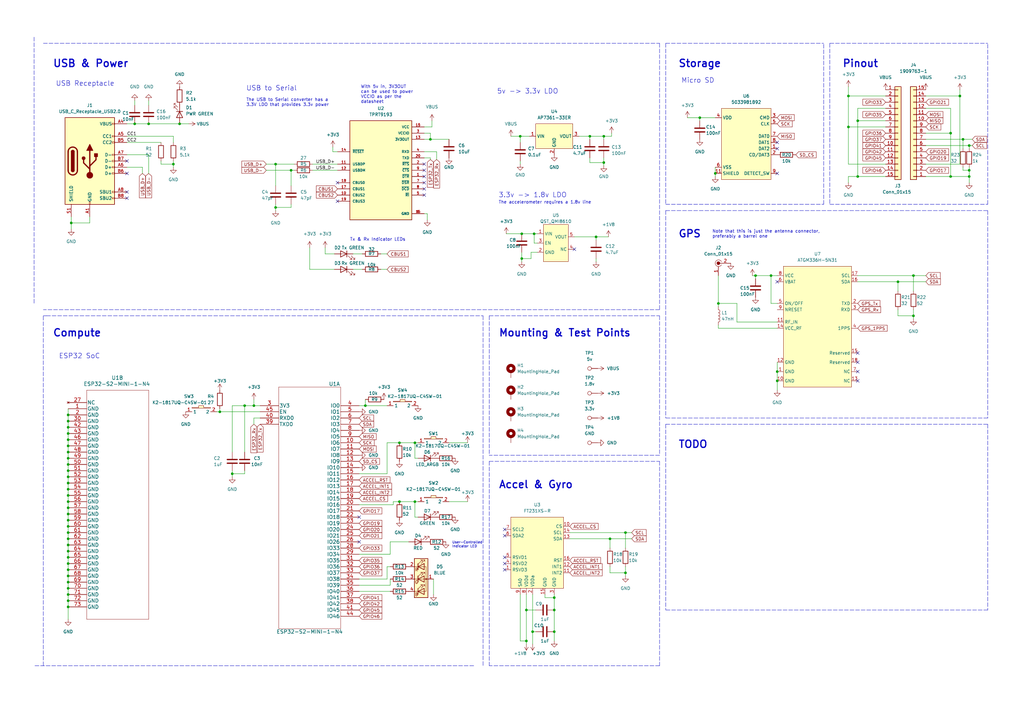
<source format=kicad_sch>
(kicad_sch (version 20211123) (generator eeschema)
  (paper "A3")
  (title_block (title "Delta") (date "2022-06-23") (rev "v2") (comment 3 "MIT License") (comment 4 "Author: Shreyas Lad"))
  (junction (at 394.97 57.15))
  (junction (at 27.94 177.8))
  (junction (at 219.075 95.885))
  (junction (at 213.36 55.88))
  (junction (at 27.94 190.5))
  (junction (at 27.94 203.2))
  (junction (at 294.64 124.46))
  (junction (at 27.94 210.82))
  (junction (at 250.19 220.98))
  (junction (at 241.935 55.88))
  (junction (at 27.94 198.12))
  (junction (at 368.3 115.57))
  (junction (at 27.94 193.04))
  (junction (at 27.94 220.98))
  (junction (at 213.995 106.045))
  (junction (at 27.94 213.36))
  (junction (at 351.79 49.53))
  (junction (at 27.94 241.3))
  (junction (at 73.66 50.8))
  (junction (at 27.94 223.52))
  (junction (at 215.9 250.19))
  (junction (at 27.94 226.06))
  (junction (at 170.18 205.74))
  (junction (at 104.14 166.37))
  (junction (at 227.33 245.11))
  (junction (at 397.51 69.85))
  (junction (at 287.02 48.26))
  (junction (at 27.94 180.34))
  (junction (at 374.65 129.54))
  (junction (at 29.21 91.44))
  (junction (at 119.38 69.85))
  (junction (at 27.94 170.18))
  (junction (at 27.94 208.28))
  (junction (at 27.94 175.26))
  (junction (at 347.98 39.37))
  (junction (at 55.245 50.8))
  (junction (at 227.33 259.08))
  (junction (at 163.83 181.61))
  (junction (at 27.94 243.84))
  (junction (at 27.94 246.38))
  (junction (at 27.94 238.76))
  (junction (at 95.25 194.31))
  (junction (at 309.88 113.03))
  (junction (at 176.53 57.15))
  (junction (at 27.94 195.58))
  (junction (at 397.51 59.69))
  (junction (at 397.51 72.39))
  (junction (at 374.65 113.03))
  (junction (at 27.94 182.88))
  (junction (at 27.94 185.42))
  (junction (at 316.23 113.03))
  (junction (at 247.65 55.88))
  (junction (at 170.18 181.61))
  (junction (at 318.77 152.4))
  (junction (at 149.86 166.37))
  (junction (at 293.37 71.12))
  (junction (at 256.54 234.95))
  (junction (at 256.54 218.44))
  (junction (at 27.94 200.66))
  (junction (at 100.33 166.37))
  (junction (at 318.77 156.21))
  (junction (at 113.03 67.31))
  (junction (at 389.89 54.61))
  (junction (at 163.83 205.74))
  (junction (at 27.94 231.14))
  (junction (at 27.94 218.44))
  (junction (at 393.7 39.37))
  (junction (at 244.475 97.155))
  (junction (at 27.94 236.22))
  (junction (at 347.98 52.07))
  (junction (at 27.94 233.68))
  (junction (at 218.44 259.08))
  (junction (at 113.03 85.09))
  (junction (at 71.12 67.31))
  (junction (at 90.17 168.91))
  (junction (at 27.94 172.72))
  (junction (at 27.94 248.92))
  (junction (at 27.94 228.6))
  (junction (at 389.89 72.39))
  (junction (at 215.9 262.89))
  (junction (at 213.995 95.885))
  (junction (at 27.94 205.74))
  (junction (at 27.94 215.9))
  (junction (at 227.33 250.19))
  (junction (at 247.65 66.675))
  (junction (at 351.79 72.39))
  (junction (at 60.96 50.8))
  (junction (at 27.94 187.96))
  (no_connect (at 318.77 115.57))
  (no_connect (at 318.77 71.12))
  (no_connect (at 207.01 233.68))
  (no_connect (at 351.79 144.78))
  (no_connect (at 318.77 60.96))
  (no_connect (at 207.01 231.14))
  (no_connect (at 207.01 219.71))
  (no_connect (at 52.07 71.12))
  (no_connect (at 351.79 148.59))
  (no_connect (at 52.07 81.28))
  (no_connect (at 351.79 156.21))
  (no_connect (at 173.99 74.93))
  (no_connect (at 318.77 58.42))
  (no_connect (at 138.43 74.93))
  (no_connect (at 138.43 82.55))
  (no_connect (at 173.99 72.39))
  (no_connect (at 52.07 66.04))
  (no_connect (at 147.32 222.25))
  (no_connect (at 173.99 69.85))
  (no_connect (at 207.01 228.6))
  (no_connect (at 52.07 78.74))
  (no_connect (at 173.99 67.31))
  (no_connect (at 351.79 152.4))
  (no_connect (at 207.01 217.17))
  (no_connect (at 235.585 102.235))
  (no_connect (at 173.99 80.01))
  (no_connect (at 173.99 77.47))
  (no_connect (at 147.32 212.09))
  (wire (pts (xy 374.65 113.03) (xy 379.73 113.03)))
  (wire (pts (xy 147.32 242.57) (xy 160.02 242.57)))
  (wire (pts (xy 363.22 44.45) (xy 351.79 44.45)))
  (polyline (pts (xy 200.66 129.54) (xy 200.66 186.69)))
  (polyline (pts (xy 270.51 273.05) (xy 200.66 273.05)))
  (wire (pts (xy 287.02 48.26) (xy 293.37 48.26)))
  (wire (pts (xy 256.54 218.44) (xy 259.08 218.44)))
  (wire (pts (xy 220.345 99.695) (xy 219.075 99.695)))
  (wire (pts (xy 294.64 113.03) (xy 294.64 124.46)))
  (wire (pts (xy 27.94 215.9) (xy 27.94 218.44)))
  (wire (pts (xy 309.88 113.03) (xy 316.23 113.03)))
  (wire (pts (xy 227.33 245.11) (xy 227.33 250.19)))
  (wire (pts (xy 227.33 259.08) (xy 227.33 262.89)))
  (wire (pts (xy 27.94 241.3) (xy 27.94 243.84)))
  (wire (pts (xy 158.75 237.49) (xy 158.75 232.41)))
  (wire (pts (xy 215.9 262.89) (xy 215.9 264.16)))
  (polyline (pts (xy 270.51 189.23) (xy 270.51 273.05)))
  (wire (pts (xy 119.38 83.82) (xy 119.38 85.09)))
  (wire (pts (xy 368.3 115.57) (xy 368.3 119.38)))
  (wire (pts (xy 363.22 72.39) (xy 351.79 72.39)))
  (wire (pts (xy 128.27 69.85) (xy 138.43 69.85)))
  (wire (pts (xy 374.65 129.54) (xy 374.65 130.81)))
  (wire (pts (xy 213.995 106.045) (xy 213.995 107.315)))
  (wire (pts (xy 27.94 218.44) (xy 27.94 220.98)))
  (polyline (pts (xy 19.05 129.54) (xy 198.12 129.54)))
  (wire (pts (xy 347.98 72.39) (xy 347.98 74.93)))
  (wire (pts (xy 160.02 227.33) (xy 160.02 222.25)))
  (wire (pts (xy 220.345 103.505) (xy 217.805 103.505)))
  (wire (pts (xy 294.64 124.46) (xy 302.26 124.46)))
  (wire (pts (xy 100.33 166.37) (xy 100.33 185.42)))
  (wire (pts (xy 316.23 113.03) (xy 318.77 113.03)))
  (wire (pts (xy 184.15 181.61) (xy 191.77 181.61)))
  (wire (pts (xy 95.25 166.37) (xy 95.25 185.42)))
  (wire (pts (xy 241.935 55.88) (xy 241.935 57.15)))
  (wire (pts (xy 302.26 124.46) (xy 302.26 132.08)))
  (wire (pts (xy 397.51 59.69) (xy 398.78 59.69)))
  (wire (pts (xy 27.94 198.12) (xy 27.94 200.66)))
  (wire (pts (xy 176.53 57.15) (xy 184.15 57.15)))
  (polyline (pts (xy 17.78 273.05) (xy 17.78 129.54)))
  (wire (pts (xy 100.33 194.31) (xy 95.25 194.31)))
  (wire (pts (xy 163.83 181.61) (xy 170.18 181.61)))
  (wire (pts (xy 309.88 113.03) (xy 309.88 114.3)))
  (wire (pts (xy 241.935 55.88) (xy 247.65 55.88)))
  (wire (pts (xy 379.73 67.31) (xy 393.7 67.31)))
  (polyline (pts (xy 340.36 17.78) (xy 340.36 83.82)))
  (wire (pts (xy 27.94 185.42) (xy 27.94 187.96)))
  (wire (pts (xy 104.14 171.45) (xy 104.14 173.99)))
  (wire (pts (xy 347.98 52.07) (xy 347.98 39.37)))
  (wire (pts (xy 176.53 54.61) (xy 176.53 57.15)))
  (wire (pts (xy 241.935 64.77) (xy 241.935 66.675)))
  (wire (pts (xy 149.86 166.37) (xy 158.75 166.37)))
  (polyline (pts (xy 337.82 83.82) (xy 337.82 17.78)))
  (wire (pts (xy 379.73 72.39) (xy 389.89 72.39)))
  (wire (pts (xy 147.32 240.03) (xy 160.02 240.03)))
  (polyline (pts (xy 273.05 86.36) (xy 405.13 86.36)))
  (wire (pts (xy 394.97 68.58) (xy 394.97 69.85)))
  (wire (pts (xy 27.94 193.04) (xy 27.94 195.58)))
  (wire (pts (xy 213.36 66.04) (xy 213.36 67.31)))
  (wire (pts (xy 308.61 113.03) (xy 309.88 113.03)))
  (wire (pts (xy 73.66 50.8) (xy 77.47 50.8)))
  (wire (pts (xy 217.805 103.505) (xy 217.805 106.045)))
  (polyline (pts (xy 273.05 173.99) (xy 273.05 250.19)))
  (polyline (pts (xy 273.05 173.99) (xy 405.13 173.99)))
  (wire (pts (xy 173.99 57.15) (xy 176.53 57.15)))
  (polyline (pts (xy 405.13 171.45) (xy 273.05 171.45)))
  (polyline (pts (xy 273.05 86.36) (xy 273.05 171.45)))
  (wire (pts (xy 52.07 50.8) (xy 55.245 50.8)))
  (wire (pts (xy 170.18 205.74) (xy 171.45 205.74)))
  (wire (pts (xy 250.19 220.98) (xy 250.19 224.79)))
  (wire (pts (xy 171.45 212.09) (xy 170.18 212.09)))
  (wire (pts (xy 127 101.6) (xy 127 110.49)))
  (wire (pts (xy 95.25 194.31) (xy 95.25 195.58)))
  (wire (pts (xy 90.17 168.91) (xy 106.68 168.91)))
  (wire (pts (xy 60.96 63.5) (xy 60.96 71.12)))
  (wire (pts (xy 351.79 115.57) (xy 368.3 115.57)))
  (wire (pts (xy 147.32 237.49) (xy 158.75 237.49)))
  (polyline (pts (xy 270.51 186.69) (xy 200.66 186.69)))
  (polyline (pts (xy 270.51 17.78) (xy 270.51 127)))
  (wire (pts (xy 379.73 44.45) (xy 389.89 44.45)))
  (wire (pts (xy 27.94 246.38) (xy 27.94 248.92)))
  (wire (pts (xy 27.94 228.6) (xy 27.94 231.14)))
  (wire (pts (xy 250.19 232.41) (xy 250.19 234.95)))
  (wire (pts (xy 136.525 62.23) (xy 138.43 62.23)))
  (wire (pts (xy 223.52 245.11) (xy 227.33 245.11)))
  (wire (pts (xy 109.22 69.85) (xy 119.38 69.85)))
  (polyline (pts (xy 200.66 189.23) (xy 200.66 273.05)))
  (wire (pts (xy 397.51 68.58) (xy 397.51 69.85)))
  (wire (pts (xy 27.94 210.82) (xy 27.94 213.36)))
  (wire (pts (xy 161.29 207.01) (xy 147.32 207.01)))
  (wire (pts (xy 113.03 67.31) (xy 120.65 67.31)))
  (wire (pts (xy 27.94 182.88) (xy 27.94 185.42)))
  (wire (pts (xy 293.37 71.12) (xy 293.37 72.39)))
  (wire (pts (xy 136.525 60.325) (xy 136.525 62.23)))
  (wire (pts (xy 394.97 57.15) (xy 398.78 57.15)))
  (wire (pts (xy 170.18 181.61) (xy 171.45 181.61)))
  (wire (pts (xy 175.26 87.63) (xy 175.26 90.17)))
  (wire (pts (xy 119.38 69.85) (xy 120.65 69.85)))
  (wire (pts (xy 158.75 181.61) (xy 158.75 194.31)))
  (wire (pts (xy 128.27 67.31) (xy 138.43 67.31)))
  (wire (pts (xy 389.89 44.45) (xy 389.89 54.61)))
  (wire (pts (xy 256.54 232.41) (xy 256.54 234.95)))
  (wire (pts (xy 27.94 177.8) (xy 27.94 180.34)))
  (wire (pts (xy 104.14 166.37) (xy 100.33 166.37)))
  (polyline (pts (xy 17.78 17.78) (xy 270.51 17.78)))
  (wire (pts (xy 71.12 55.88) (xy 71.12 58.42)))
  (wire (pts (xy 100.33 193.04) (xy 100.33 194.31)))
  (wire (pts (xy 60.96 41.275) (xy 60.96 43.18)))
  (wire (pts (xy 227.33 243.84) (xy 227.33 245.11)))
  (wire (pts (xy 71.12 67.31) (xy 66.04 67.31)))
  (wire (pts (xy 27.94 223.52) (xy 27.94 226.06)))
  (wire (pts (xy 287.02 48.26) (xy 287.02 49.53)))
  (wire (pts (xy 368.3 127) (xy 368.3 129.54)))
  (wire (pts (xy 215.9 250.19) (xy 219.71 250.19)))
  (wire (pts (xy 27.94 233.68) (xy 27.94 236.22)))
  (wire (pts (xy 397.51 69.85) (xy 397.51 72.39)))
  (wire (pts (xy 397.51 59.69) (xy 397.51 60.96)))
  (wire (pts (xy 106.68 171.45) (xy 104.14 171.45)))
  (wire (pts (xy 113.03 67.31) (xy 113.03 76.2)))
  (wire (pts (xy 163.83 205.74) (xy 161.29 205.74)))
  (wire (pts (xy 294.64 134.62) (xy 294.64 133.35)))
  (wire (pts (xy 247.65 64.77) (xy 247.65 66.675)))
  (wire (pts (xy 27.94 195.58) (xy 27.94 198.12)))
  (polyline (pts (xy 194.31 273.05) (xy 13.97 273.05)))
  (wire (pts (xy 281.94 48.26) (xy 287.02 48.26)))
  (wire (pts (xy 55.245 50.8) (xy 60.96 50.8)))
  (wire (pts (xy 29.21 91.44) (xy 29.21 93.98)))
  (wire (pts (xy 247.65 66.675) (xy 247.65 67.945)))
  (wire (pts (xy 250.825 55.88) (xy 250.825 54.61)))
  (wire (pts (xy 213.36 55.88) (xy 213.36 58.42)))
  (wire (pts (xy 215.9 243.84) (xy 215.9 250.19)))
  (wire (pts (xy 237.49 55.88) (xy 241.935 55.88)))
  (wire (pts (xy 213.995 95.885) (xy 219.075 95.885)))
  (wire (pts (xy 27.94 248.92) (xy 27.94 254)))
  (wire (pts (xy 171.45 187.96) (xy 170.18 187.96)))
  (wire (pts (xy 316.23 124.46) (xy 316.23 113.03)))
  (wire (pts (xy 27.94 231.14) (xy 27.94 233.68)))
  (wire (pts (xy 389.89 54.61) (xy 389.89 72.39)))
  (wire (pts (xy 368.3 115.57) (xy 379.73 115.57)))
  (wire (pts (xy 241.935 66.675) (xy 247.65 66.675)))
  (wire (pts (xy 213.36 243.84) (xy 213.36 262.89)))
  (wire (pts (xy 90.17 167.64) (xy 90.17 168.91)))
  (wire (pts (xy 160.02 240.03) (xy 160.02 237.49)))
  (wire (pts (xy 256.54 234.95) (xy 256.54 236.22)))
  (wire (pts (xy 244.475 106.045) (xy 244.475 107.315)))
  (wire (pts (xy 149.86 163.83) (xy 149.86 166.37)))
  (wire (pts (xy 27.94 213.36) (xy 27.94 215.9)))
  (wire (pts (xy 207.645 95.885) (xy 213.995 95.885)))
  (wire (pts (xy 88.9 168.91) (xy 90.17 168.91)))
  (wire (pts (xy 109.22 67.31) (xy 113.03 67.31)))
  (wire (pts (xy 173.99 87.63) (xy 175.26 87.63)))
  (wire (pts (xy 177.8 237.49) (xy 177.8 243.84)))
  (wire (pts (xy 213.36 262.89) (xy 215.9 262.89)))
  (wire (pts (xy 250.19 234.95) (xy 256.54 234.95)))
  (wire (pts (xy 36.83 88.9) (xy 36.83 91.44)))
  (wire (pts (xy 318.77 124.46) (xy 316.23 124.46)))
  (wire (pts (xy 60.96 50.8) (xy 73.66 50.8)))
  (wire (pts (xy 173.99 62.23) (xy 179.07 62.23)))
  (wire (pts (xy 318.77 152.4) (xy 318.77 156.21)))
  (polyline (pts (xy 273.05 17.78) (xy 273.05 83.82)))
  (wire (pts (xy 127 110.49) (xy 137.16 110.49)))
  (wire (pts (xy 379.73 57.15) (xy 394.97 57.15)))
  (wire (pts (xy 397.51 72.39) (xy 397.51 74.93)))
  (wire (pts (xy 144.78 110.49) (xy 148.59 110.49)))
  (wire (pts (xy 176.53 64.77) (xy 176.53 65.405)))
  (wire (pts (xy 113.03 83.82) (xy 113.03 85.09)))
  (wire (pts (xy 184.15 205.74) (xy 191.77 205.74)))
  (wire (pts (xy 170.18 187.96) (xy 170.18 181.61)))
  (polyline (pts (xy 340.36 17.78) (xy 405.13 17.78)))
  (wire (pts (xy 163.83 181.61) (xy 158.75 181.61)))
  (wire (pts (xy 347.98 67.31) (xy 347.98 52.07)))
  (wire (pts (xy 173.99 64.77) (xy 176.53 64.77)))
  (wire (pts (xy 147.32 227.33) (xy 160.02 227.33)))
  (wire (pts (xy 119.38 85.09) (xy 113.03 85.09)))
  (wire (pts (xy 374.65 113.03) (xy 374.65 119.38)))
  (wire (pts (xy 244.475 97.155) (xy 249.555 97.155)))
  (wire (pts (xy 351.79 72.39) (xy 347.98 72.39)))
  (wire (pts (xy 27.94 180.34) (xy 27.94 182.88)))
  (wire (pts (xy 218.44 243.84) (xy 218.44 259.08)))
  (wire (pts (xy 394.97 69.85) (xy 397.51 69.85)))
  (wire (pts (xy 71.12 66.04) (xy 71.12 67.31)))
  (wire (pts (xy 66.04 67.31) (xy 66.04 66.04)))
  (wire (pts (xy 247.65 55.88) (xy 250.825 55.88)))
  (wire (pts (xy 133.35 101.6) (xy 133.35 104.14)))
  (wire (pts (xy 217.805 106.045) (xy 213.995 106.045)))
  (wire (pts (xy 209.55 55.88) (xy 213.36 55.88)))
  (wire (pts (xy 27.94 226.06) (xy 27.94 228.6)))
  (wire (pts (xy 27.94 172.72) (xy 27.94 175.26)))
  (wire (pts (xy 363.22 67.31) (xy 347.98 67.31)))
  (polyline (pts (xy 200.66 129.54) (xy 270.51 129.54)))
  (wire (pts (xy 27.94 208.28) (xy 27.94 210.82)))
  (wire (pts (xy 52.07 55.88) (xy 71.12 55.88)))
  (polyline (pts (xy 270.51 127) (xy 17.78 127)))
  (wire (pts (xy 27.94 175.26) (xy 27.94 177.8)))
  (wire (pts (xy 389.89 72.39) (xy 397.51 72.39)))
  (wire (pts (xy 219.075 95.885) (xy 219.075 99.695)))
  (wire (pts (xy 302.26 132.08) (xy 318.77 132.08)))
  (wire (pts (xy 36.83 91.44) (xy 29.21 91.44)))
  (wire (pts (xy 379.73 54.61) (xy 389.89 54.61)))
  (wire (pts (xy 133.35 104.14) (xy 137.16 104.14)))
  (wire (pts (xy 52.07 58.42) (xy 66.04 58.42)))
  (wire (pts (xy 147.32 166.37) (xy 149.86 166.37)))
  (polyline (pts (xy 405.13 250.19) (xy 273.05 250.19)))
  (wire (pts (xy 158.75 232.41) (xy 160.02 232.41)))
  (wire (pts (xy 394.97 57.15) (xy 394.97 60.96)))
  (wire (pts (xy 29.21 88.9) (xy 29.21 91.44)))
  (wire (pts (xy 374.65 127) (xy 374.65 129.54)))
  (polyline (pts (xy 273.05 17.78) (xy 337.82 17.78)))
  (wire (pts (xy 27.94 243.84) (xy 27.94 246.38)))
  (wire (pts (xy 170.18 212.09) (xy 170.18 205.74)))
  (wire (pts (xy 318.77 156.21) (xy 318.77 160.02)))
  (wire (pts (xy 235.585 97.155) (xy 244.475 97.155)))
  (wire (pts (xy 160.02 222.25) (xy 167.64 222.25)))
  (polyline (pts (xy 198.12 129.54) (xy 198.12 273.05)))
  (wire (pts (xy 52.07 68.58) (xy 58.42 68.58)))
  (wire (pts (xy 379.73 59.69) (xy 397.51 59.69)))
  (wire (pts (xy 347.98 39.37) (xy 347.98 35.56)))
  (wire (pts (xy 293.37 68.58) (xy 293.37 71.12)))
  (wire (pts (xy 368.3 129.54) (xy 374.65 129.54)))
  (wire (pts (xy 215.9 250.19) (xy 215.9 262.89)))
  (wire (pts (xy 179.07 62.23) (xy 179.07 65.405)))
  (wire (pts (xy 177.165 49.53) (xy 177.165 52.07)))
  (wire (pts (xy 163.83 205.74) (xy 170.18 205.74)))
  (wire (pts (xy 27.94 203.2) (xy 27.94 205.74)))
  (wire (pts (xy 27.94 205.74) (xy 27.94 208.28)))
  (wire (pts (xy 227.33 250.19) (xy 227.33 259.08)))
  (wire (pts (xy 351.79 44.45) (xy 351.79 49.53)))
  (wire (pts (xy 393.7 39.37) (xy 393.7 36.83)))
  (polyline (pts (xy 340.36 83.82) (xy 405.13 83.82)))
  (wire (pts (xy 393.7 67.31) (xy 393.7 39.37)))
  (polyline (pts (xy 273.05 83.82) (xy 337.82 83.82)))
  (wire (pts (xy 351.79 113.03) (xy 374.65 113.03)))
  (polyline (pts (xy 13.97 15.24) (xy 13.97 124.46)))
  (polyline (pts (xy 17.78 129.54) (xy 19.05 129.54)))
  (wire (pts (xy 27.94 190.5) (xy 27.94 193.04)))
  (wire (pts (xy 52.07 63.5) (xy 60.96 63.5)))
  (wire (pts (xy 363.22 39.37) (xy 347.98 39.37)))
  (polyline (pts (xy 405.13 173.99) (xy 405.13 250.19)))
  (wire (pts (xy 58.42 68.58) (xy 58.42 71.12)))
  (wire (pts (xy 351.79 49.53) (xy 351.79 72.39)))
  (wire (pts (xy 256.54 218.44) (xy 256.54 224.79)))
  (wire (pts (xy 247.65 55.88) (xy 247.65 57.15)))
  (polyline (pts (xy 270.51 129.54) (xy 270.51 186.69)))
  (wire (pts (xy 119.38 69.85) (xy 119.38 76.2)))
  (wire (pts (xy 106.68 166.37) (xy 104.14 166.37)))
  (wire (pts (xy 233.68 218.44) (xy 256.54 218.44)))
  (wire (pts (xy 27.94 236.22) (xy 27.94 238.76)))
  (wire (pts (xy 294.64 124.46) (xy 294.64 125.73)))
  (wire (pts (xy 55.245 41.275) (xy 55.245 43.18)))
  (wire (pts (xy 223.52 243.84) (xy 223.52 245.11)))
  (wire (pts (xy 100.33 166.37) (xy 95.25 166.37)))
  (wire (pts (xy 27.94 187.96) (xy 27.94 190.5)))
  (wire (pts (xy 218.44 259.08) (xy 218.44 264.16)))
  (wire (pts (xy 27.94 167.64) (xy 27.94 170.18)))
  (wire (pts (xy 363.22 49.53) (xy 351.79 49.53)))
  (wire (pts (xy 173.99 54.61) (xy 176.53 54.61)))
  (wire (pts (xy 379.73 39.37) (xy 393.7 39.37)))
  (wire (pts (xy 213.36 55.88) (xy 217.17 55.88)))
  (wire (pts (xy 27.94 238.76) (xy 27.94 241.3)))
  (polyline (pts (xy 405.13 83.82) (xy 405.13 17.78)))
  (wire (pts (xy 177.165 52.07) (xy 173.99 52.07)))
  (polyline (pts (xy 405.13 86.36) (xy 405.13 171.45)))
  (wire (pts (xy 27.94 200.66) (xy 27.94 203.2)))
  (wire (pts (xy 113.03 85.09) (xy 113.03 86.36)))
  (wire (pts (xy 95.25 193.04) (xy 95.25 194.31)))
  (wire (pts (xy 250.19 220.98) (xy 259.08 220.98)))
  (wire (pts (xy 161.29 205.74) (xy 161.29 207.01)))
  (wire (pts (xy 233.68 220.98) (xy 250.19 220.98)))
  (wire (pts (xy 27.94 170.18) (xy 27.94 172.72)))
  (wire (pts (xy 71.12 67.31) (xy 71.12 68.58)))
  (wire (pts (xy 244.475 97.155) (xy 244.475 98.425)))
  (wire (pts (xy 158.75 194.31) (xy 147.32 194.31)))
  (wire (pts (xy 27.94 220.98) (xy 27.94 223.52)))
  (wire (pts (xy 218.44 259.08) (xy 219.71 259.08)))
  (wire (pts (xy 363.22 52.07) (xy 347.98 52.07)))
  (wire (pts (xy 156.21 110.49) (xy 158.75 110.49)))
  (polyline (pts (xy 200.66 189.23) (xy 270.51 189.23)))
  (wire (pts (xy 156.21 104.14) (xy 158.75 104.14)))
  (wire (pts (xy 213.995 103.505) (xy 213.995 106.045)))
  (wire (pts (xy 318.77 134.62) (xy 294.64 134.62)))
  (wire (pts (xy 104.14 163.83) (xy 104.14 166.37)))
  (wire (pts (xy 219.075 95.885) (xy 220.345 95.885)))
  (wire (pts (xy 318.77 148.59) (xy 318.77 152.4)))
  (wire (pts (xy 144.78 104.14) (xy 148.59 104.14)))
  (text "TODO" (at 278.13 184.15 0) (effects (font (size 3 3) (thickness 0.5) bold) (justify left bottom)))
  (text "With 5v in, 3V3OUT\ncan be used to power\nVCCIO as per the\ndatasheet" (at 147.955 42.545 0) (effects (font (size 1.27 1.27)) (justify left bottom)))
  (text "Tx & Rx Indicator LEDs" (at 143.51 99.06 0) (effects (font (size 1.27 1.27)) (justify left bottom)))
  (text "Accel & Gyro" (at 204.47 200.66 0) (effects (font (size 3 3) (thickness 0.5) bold) (justify left bottom)))
  (text "Mounting & Test Points" (at 204.47 138.43 0) (effects (font (size 3 3) (thickness 0.5) bold) (justify left bottom)))
  (text "USB Receptacle" (at 22.86 35.56 0) (effects (font (size 2 2)) (justify left bottom)))
  (text "The accelerometer requires a 1.8v line" (at 204.47 83.82 0) (effects (font (size 1.27 1.27)) (justify left bottom)))
  (text "3.3v -> 1.8v LDO" (at 204.47 81.28 0) (effects (font (size 2 2)) (justify left bottom)))
  (text "Pinout" (at 345.44 27.94 0) (effects (font (size 3 3) (thickness 0.5) bold) (justify left bottom)))
  (text "USB to Serial" (at 100.965 37.465 0) (effects (font (size 2 2)) (justify left bottom)))
  (text "ESP32 SoC" (at 24.13 147.32 0) (effects (font (size 2 2)) (justify left bottom)))
  (text "User-Controlled\nIndicator LED" (at 185.42 224.79 0) (effects (font (size 1 1)) (justify left bottom)))
  (text "GPS" (at 278.13 97.79 0) (effects (font (size 3 3) (thickness 0.5) bold) (justify left bottom)))
  (text "5v -> 3.3v LDO" (at 203.835 38.735 0) (effects (font (size 2 2)) (justify left bottom)))
  (text "Note that this is just the antenna connector,\npreferably a barrel one" (at 292.1 97.79 0) (effects (font (size 1.27 1.27)) (justify left bottom)))
  (text "Compute" (at 21.59 138.43 0) (effects (font (size 3 3) (thickness 0.5) bold) (justify left bottom)))
  (text "Micro SD" (at 279.4 34.29 0) (effects (font (size 2 2)) (justify left bottom)))
  (text "USB & Power" (at 21.59 27.94 0) (effects (font (size 3 3) (thickness 0.5) bold) (justify left bottom)))
  (text "Storage" (at 278.13 27.94 0) (effects (font (size 3 3) (thickness 0.5) bold) (justify left bottom)))
  (text "The USB to Serial converter has a\n3.3V LDO that provides 3.3v power" (at 100.965 43.815 0) (effects (font (size 1.27 1.27)) (justify left bottom)))
  (label "USB_D+" (at 129.54 67.31 0))
  (label "CC1" (at 52.07 55.88 0))
  (label "USB_D-" (at 129.54 69.85 0))
  (label "CC2" (at 52.07 58.42 0))
  (global_label "GPIO33" (shape input) (at 363.22 41.91 180) (property "Intersheet References" "${INTERSHEET_REFS}" (effects hide)))
  (global_label "MOSI" (shape input) (at 379.73 46.99 0) (property "Intersheet References" "${INTERSHEET_REFS}" (effects hide)))
  (global_label "USB_D-" (shape input) (at 109.22 69.85 180) (property "Intersheet References" "${INTERSHEET_REFS}" (effects hide)))
  (global_label "GPIO36" (shape input) (at 363.22 54.61 180) (property "Intersheet References" "${INTERSHEET_REFS}" (effects hide)))
  (global_label "MISO" (shape input) (at 318.77 55.88 0) (property "Intersheet References" "${INTERSHEET_REFS}" (effects hide)))
  (global_label "SCK" (shape input) (at 318.77 50.8 0) (property "Intersheet References" "${INTERSHEET_REFS}" (effects hide)))
  (global_label "GPS_Tx" (shape input) (at 351.79 124.46 0) (property "Intersheet References" "${INTERSHEET_REFS}" (effects hide)))
  (global_label "SDA" (shape input) (at 398.78 57.15 0) (property "Intersheet References" "${INTERSHEET_REFS}" (effects hide)))
  (global_label "GPS_1PPS" (shape input) (at 351.79 134.62 0) (property "Intersheet References" "${INTERSHEET_REFS}" (effects hide)))
  (global_label "ESP32_Rx" (shape input) (at 179.07 65.405 270) (property "Intersheet References" "${INTERSHEET_REFS}" (effects hide)))
  (global_label "SCL" (shape input) (at 147.32 171.45 0) (property "Intersheet References" "${INTERSHEET_REFS}" (effects hide)))
  (global_label "GPIO45" (shape input) (at 147.32 250.19 0) (property "Intersheet References" "${INTERSHEET_REFS}" (effects hide)))
  (global_label "GPIO36" (shape input) (at 147.32 232.41 0) (property "Intersheet References" "${INTERSHEET_REFS}" (effects hide)))
  (global_label "GPIO41" (shape input) (at 147.32 245.11 0) (property "Intersheet References" "${INTERSHEET_REFS}" (effects hide)))
  (global_label "ACCEL_INT2" (shape input) (at 147.32 201.93 0) (property "Intersheet References" "${INTERSHEET_REFS}" (effects hide)))
  (global_label "GPIO45" (shape input) (at 363.22 64.77 180) (property "Intersheet References" "${INTERSHEET_REFS}" (effects hide)))
  (global_label "GPIO41" (shape input) (at 363.22 59.69 180) (property "Intersheet References" "${INTERSHEET_REFS}" (effects hide)))
  (global_label "GPIO17" (shape input) (at 147.32 209.55 0) (property "Intersheet References" "${INTERSHEET_REFS}" (effects hide)))
  (global_label "GPIO17" (shape input) (at 379.73 69.85 0) (property "Intersheet References" "${INTERSHEET_REFS}" (effects hide)))
  (global_label "SDA" (shape input) (at 379.73 115.57 0) (property "Intersheet References" "${INTERSHEET_REFS}" (effects hide)))
  (global_label "CBUS2" (shape input) (at 138.43 80.01 180) (property "Intersheet References" "${INTERSHEET_REFS}" (effects hide)))
  (global_label "ACCEL_RST" (shape input) (at 147.32 196.85 0) (property "Intersheet References" "${INTERSHEET_REFS}" (effects hide)))
  (global_label "ESP32_Tx" (shape input) (at 176.53 65.405 270) (property "Intersheet References" "${INTERSHEET_REFS}" (effects hide)))
  (global_label "SCL" (shape input) (at 259.08 218.44 0) (property "Intersheet References" "${INTERSHEET_REFS}" (effects hide)))
  (global_label "GPIO37" (shape input) (at 363.22 57.15 180) (property "Intersheet References" "${INTERSHEET_REFS}" (effects hide)))
  (global_label "CBUS1" (shape input) (at 138.43 77.47 180) (property "Intersheet References" "${INTERSHEET_REFS}" (effects hide)))
  (global_label "SDA" (shape input) (at 259.08 220.98 0) (property "Intersheet References" "${INTERSHEET_REFS}" (effects hide)))
  (global_label "SCL" (shape input) (at 379.73 113.03 0) (property "Intersheet References" "${INTERSHEET_REFS}" (effects hide)))
  (global_label "GPIO42" (shape input) (at 363.22 62.23 180) (property "Intersheet References" "${INTERSHEET_REFS}" (effects hide)))
  (global_label "GPIO37" (shape input) (at 147.32 234.95 0) (property "Intersheet References" "${INTERSHEET_REFS}" (effects hide)))
  (global_label "SCK" (shape input) (at 379.73 52.07 0) (property "Intersheet References" "${INTERSHEET_REFS}" (effects hide)))
  (global_label "ACCEL_INT1" (shape input) (at 147.32 199.39 0) (property "Intersheet References" "${INTERSHEET_REFS}" (effects hide)))
  (global_label "GPIO46" (shape input) (at 363.22 69.85 180) (property "Intersheet References" "${INTERSHEET_REFS}" (effects hide)))
  (global_label "USB_D+" (shape input) (at 109.22 67.31 180) (property "Intersheet References" "${INTERSHEET_REFS}" (effects hide)))
  (global_label "ACCEL_RST" (shape input) (at 233.68 229.87 0) (property "Intersheet References" "${INTERSHEET_REFS}" (effects hide)))
  (global_label "MOSI" (shape input) (at 318.77 48.26 0) (property "Intersheet References" "${INTERSHEET_REFS}" (effects hide)))
  (global_label "GPIO42" (shape input) (at 147.32 247.65 0) (property "Intersheet References" "${INTERSHEET_REFS}" (effects hide)))
  (global_label "ESP32_Tx" (shape input) (at 106.68 173.99 270) (property "Intersheet References" "${INTERSHEET_REFS}" (effects hide)))
  (global_label "SD_CS" (shape input) (at 147.32 189.23 0) (property "Intersheet References" "${INTERSHEET_REFS}" (effects hide)))
  (global_label "CBUS2" (shape input) (at 158.75 110.49 0) (property "Intersheet References" "${INTERSHEET_REFS}" (effects hide)))
  (global_label "SDA" (shape input) (at 147.32 173.99 0) (property "Intersheet References" "${INTERSHEET_REFS}" (effects hide)))
  (global_label "MISO" (shape input) (at 147.32 179.07 0) (property "Intersheet References" "${INTERSHEET_REFS}" (effects hide)))
  (global_label "ACCEL_INT2" (shape input) (at 233.68 234.95 0) (property "Intersheet References" "${INTERSHEET_REFS}" (effects hide)))
  (global_label "GPIO21" (shape input) (at 379.73 41.91 0) (property "Intersheet References" "${INTERSHEET_REFS}" (effects hide)))
  (global_label "MOSI" (shape input) (at 147.32 184.15 0) (property "Intersheet References" "${INTERSHEET_REFS}" (effects hide)))
  (global_label "GPIO33" (shape input) (at 147.32 224.79 0) (property "Intersheet References" "${INTERSHEET_REFS}" (effects hide)))
  (global_label "GPIO20" (shape input) (at 147.32 217.17 0) (property "Intersheet References" "${INTERSHEET_REFS}" (effects hide)))
  (global_label "ACCEL_INT1" (shape input) (at 233.68 232.41 0) (property "Intersheet References" "${INTERSHEET_REFS}" (effects hide)))
  (global_label "MISO" (shape input) (at 379.73 49.53 0) (property "Intersheet References" "${INTERSHEET_REFS}" (effects hide)))
  (global_label "GPIO20" (shape input) (at 379.73 62.23 0) (property "Intersheet References" "${INTERSHEET_REFS}" (effects hide)))
  (global_label "GPIO46" (shape input) (at 147.32 252.73 0) (property "Intersheet References" "${INTERSHEET_REFS}" (effects hide)))
  (global_label "GPIO35" (shape input) (at 147.32 229.87 0) (property "Intersheet References" "${INTERSHEET_REFS}" (effects hide)))
  (global_label "GPIO21" (shape input) (at 147.32 219.71 0) (property "Intersheet References" "${INTERSHEET_REFS}" (effects hide)))
  (global_label "SD_CS" (shape input) (at 326.39 63.5 0) (property "Intersheet References" "${INTERSHEET_REFS}" (effects hide)))
  (global_label "GPIO19" (shape input) (at 379.73 64.77 0) (property "Intersheet References" "${INTERSHEET_REFS}" (effects hide)))
  (global_label "CBUS1" (shape input) (at 158.75 104.14 0) (property "Intersheet References" "${INTERSHEET_REFS}" (effects hide)))
  (global_label "GPIO19" (shape input) (at 147.32 214.63 0) (property "Intersheet References" "${INTERSHEET_REFS}" (effects hide)))
  (global_label "GPIO35" (shape input) (at 363.22 46.99 180) (property "Intersheet References" "${INTERSHEET_REFS}" (effects hide)))
  (global_label "ACCEL_CS" (shape input) (at 147.32 204.47 0) (property "Intersheet References" "${INTERSHEET_REFS}" (effects hide)))
  (global_label "ESP32_Rx" (shape input) (at 104.14 173.99 270) (property "Intersheet References" "${INTERSHEET_REFS}" (effects hide)))
  (global_label "GPS_Rx" (shape input) (at 351.79 127 0) (property "Intersheet References" "${INTERSHEET_REFS}" (effects hide)))
  (global_label "ACCEL_CS" (shape input) (at 233.68 215.9 0) (property "Intersheet References" "${INTERSHEET_REFS}" (effects hide)))
  (global_label "SCL" (shape input) (at 398.78 59.69 0) (property "Intersheet References" "${INTERSHEET_REFS}" (effects hide)))
  (global_label "USB_D+" (shape input) (at 58.42 71.12 270) (property "Intersheet References" "${INTERSHEET_REFS}" (effects hide)))
  (global_label "USB_D-" (shape input) (at 60.96 71.12 270) (property "Intersheet References" "${INTERSHEET_REFS}" (effects hide)))
  (global_label "SCK" (shape input) (at 147.32 181.61 0) (property "Intersheet References" "${INTERSHEET_REFS}" (effects hide)))
  (symbol (lib_id "power:GND") (at 163.83 189.23 0) (unit 1)
    (property "Reference" "#PWR017" (effects hide))
    (property "Value" "GND" (at 163.83 194.31 0))
  )
  (symbol (lib_id "ul_ESP32-S2-MINI-1-N4:ESP32-S2-MINI-1-N4") (at 106.68 166.37 0) (unit 1)
    (property "Reference" "U1" (at 137.16 157.48 0) (effects (font (size 1.524 1.524))))
    (property "Value" "ESP32-S2-MINI-1-N4" (at 127 259.08 0) (effects (font (size 1.524 1.524))))
    (property "Footprint" "ul_ESP32-S2-MINI-1-N4:ESP32-S2-MINI-1-N4" (effects hide))
  )
  (symbol (lib_id "power:VBUS") (at 245.11 151.13 270) (unit 1)
    (property "Reference" "#PWR039" (effects hide))
    (property "Value" "VBUS" (at 248.92 151.1299 90) (effects (justify left)))
  )
  (symbol (lib_id "Mechanical:MountingHole_Pad") (at 209.55 152.4 0) (unit 1)
    (property "Reference" "H1" (at 212.09 149.8599 0) (effects (justify left)))
    (property "Value" "MountingHole_Pad" (at 212.09 152.3999 0) (effects (justify left)))
    (property "Footprint" "MountingHole:MountingHole_3.2mm_M3_ISO7380_Pad" (effects hide))
  )
  (symbol (lib_id "Mechanical:MountingHole_Pad") (at 209.55 179.07 0) (unit 1)
    (property "Reference" "H4" (at 212.09 176.5299 0) (effects (justify left)))
    (property "Value" "MountingHole_Pad" (at 212.09 179.0699 0) (effects (justify left)))
    (property "Footprint" "MountingHole:MountingHole_3.2mm_M3_ISO7380_Pad" (effects hide))
  )
  (symbol (lib_id "power:GND") (at 113.03 86.36 0) (unit 1)
    (property "Reference" "#PWR0103" (effects hide))
    (property "Value" "GND" (at 113.03 91.44 0))
  )
  (symbol (lib_id "Device:LED") (at 140.97 104.14 0) (mirror y) (unit 1)
    (property "Reference" "D2" (at 138.43 101.6 0))
    (property "Value" "Tx GREEN" (at 144.78 101.6 0))
    (property "Footprint" "LED_SMD:LED_0805_2012Metric" (effects hide))
  )
  (symbol (lib_id "K2-1817UQ-C4SW-01 (SMD button):K2-1817UQ-C4SW-01") (at 165.1 165.1 0) (unit 1)
    (property "Reference" "SW4" (at 165.1 160.02 0))
    (property "Value" "K2-1817UQ-C4SW-01" (at 170.18 162.56 0))
    (property "Footprint" "K2-1817UQ-C4SW-01:KEY-SMD_2P-L6.0-W6.0-P6.00" (effects hide))
    (property "Datasheet" "https://lcsc.com/product-detail/Tactile-Switches_Mute-Switch-6-0mm-6-0mm-5MM-250G_C128939.html" (effects hide))
    (property "Manufacturer" "HRO" (effects hide))
    (property "LCSC Part" "C128939" (effects hide))
    (property "JLC Part" "Extended Part" (effects hide))
  )
  (symbol (lib_id "Device:LED_ARGB") (at 172.72 237.49 0) (unit 1)
    (property "Reference" "D5" (at 180.34 232.41 0))
    (property "Value" "BLUE" (at 180.34 234.95 0))
    (property "Footprint" "LED_SMD:LED_0805_2012Metric" (effects hide))
  )
  (symbol (lib_id "power:VBUS") (at 77.47 50.8 270) (unit 1)
    (property "Reference" "#PWR07" (effects hide))
    (property "Value" "VBUS" (at 80.645 50.7999 90) (effects (justify left)))
  )
  (symbol (lib_id "FT231XS-R (USBUART):FT231XS-R") (at 156.21 69.85 0) (unit 1)
    (property "Reference" "U2" (at 156.21 44.45 0))
    (property "Value" "TPRT9193" (at 156.21 46.99 0))
    (property "Footprint" "TPRT9193:SOT-23-5_L3.0-W1.7-P0.95-LS2.8-BL" (effects hide))
    (property "PARTREV" "1.2" (effects hide))
    (property "STANDARD" "IPC 7351B" (effects hide))
    (property "MANUFACTURER" "FTDI" (effects hide))
  )
  (symbol (lib_id "Device:R") (at 182.88 212.09 90) (unit 1)
    (property "Reference" "R17" (at 182.88 212.09 90))
    (property "Value" "10k" (at 182.88 214.63 90))
    (property "Footprint" "Resistor_SMD:R_0603_1608Metric" (effects hide))
  )
  (symbol (lib_id "Device:C") (at 309.88 118.11 0) (unit 1)
    (property "Reference" "C15" (at 303.53 118.11 0) (effects (justify left)))
    (property "Value" "100nF" (at 303.53 120.65 0) (effects (justify left)))
    (property "Footprint" "Capacitor_SMD:C_0603_1608Metric" (effects hide))
  )
  (symbol (lib_id "Device:R") (at 152.4 104.14 90) (unit 1)
    (property "Reference" "R7" (at 152.4 104.14 90))
    (property "Value" "32" (at 152.4 102.235 90))
    (property "Footprint" "Resistor_SMD:R_0603_1608Metric" (effects hide))
  )
  (symbol (lib_id "Device:C") (at 55.245 46.99 0) (unit 1)
    (property "Reference" "C1" (at 50.165 46.355 0) (effects (justify left)))
    (property "Value" "10nF" (at 50.165 48.895 0) (effects (justify left)))
    (property "Footprint" "Capacitor_SMD:C_1206_3216Metric" (effects hide))
  )
  (symbol (lib_id "power:GND") (at 163.83 213.36 0) (unit 1)
    (property "Reference" "#PWR019" (effects hide))
    (property "Value" "GND" (at 163.83 218.44 0))
  )
  (symbol (lib_id "Connector:TestPoint") (at 245.11 161.29 90) (unit 1)
    (property "Reference" "TP2" (at 241.808 154.94 90))
    (property "Value" "1.8v" (at 241.808 157.48 90))
    (property "Footprint" "TestPoint:TestPoint_Pad_D3.0mm" (effects hide))
  )
  (symbol (lib_id "Device:LED") (at 73.66 46.99 270) (unit 1)
    (property "Reference" "D1" (at 76.2 44.1324 90) (effects (justify left)))
    (property "Value" "PWR GREEN" (at 76.2 46.6724 90) (effects (justify left)))
    (property "Footprint" "LED_SMD:LED_0805_2012Metric" (effects hide))
  )
  (symbol (lib_id "power:+3.3V") (at 104.14 163.83 0) (unit 1)
    (property "Reference" "#PWR010" (effects hide))
    (property "Value" "+3.3V" (at 104.14 158.75 0))
  )
  (symbol (lib_id "QST_QMI8610 (Accel{slash}Gyro):QST_QMI8610") (at 220.98 224.79 0) (unit 1)
    (property "Reference" "U3" (at 220.345 207.01 0))
    (property "Value" "FT231XS-R" (at 220.345 209.55 0))
    (property "Footprint" "FT231XS-R:SOP63P599X175-20N" (effects hide))
  )
  (symbol (lib_id "K2-1817UQ-C4SW-01 (SMD button):K2-1817UQ-C4SW-01") (at 177.8 204.47 0) (unit 1)
    (property "Reference" "SW2" (at 177.8 198.12 0))
    (property "Value" "K2-1817UQ-C4SW-01" (at 177.8 200.66 0))
    (property "Footprint" "K2-1817UQ-C4SW-01:KEY-SMD_2P-L6.0-W6.0-P6.00" (effects hide))
    (property "Datasheet" "https://lcsc.com/product-detail/Tactile-Switches_Mute-Switch-6-0mm-6-0mm-5MM-250G_C128939.html" (effects hide))
    (property "Manufacturer" "HRO" (effects hide))
    (property "LCSC Part" "C128939" (effects hide))
    (property "JLC Part" "Extended Part" (effects hide))
  )
  (symbol (lib_id "power:+1V8") (at 249.555 97.155 0) (unit 1)
    (property "Reference" "#PWR044" (effects hide))
    (property "Value" "+1V8" (at 249.555 92.075 0))
  )
  (symbol (lib_id "power:GND") (at 175.26 90.17 0) (unit 1)
    (property "Reference" "#PWR022" (effects hide))
    (property "Value" "GND" (at 175.26 95.25 0))
  )
  (symbol (lib_id "AP7361_33ER_13:AP7361-33ER") (at 227.33 55.88 0) (unit 1)
    (property "Reference" "U4" (at 227.33 45.72 0))
    (property "Value" "AP7361-33ER" (at 227.33 48.26 0))
    (property "Footprint" "Package_TO_SOT_SMD:SOT-223-3_TabPin2" (effects hide))
  )
  (symbol (lib_id "Device:R") (at 153.67 163.83 90) (unit 1)
    (property "Reference" "R9" (at 154.94 163.83 90) (effects (justify left)))
    (property "Value" "10k" (at 154.94 161.29 90) (effects (justify left)))
    (property "Footprint" "Resistor_SMD:R_0603_1608Metric" (effects hide))
  )
  (symbol (lib_id "power:GND") (at 60.96 41.275 180) (unit 1)
    (property "Reference" "#PWR06" (effects hide))
    (property "Value" "GND" (at 60.96 35.56 0))
  )
  (symbol (lib_id "power:GND") (at 177.8 243.84 0) (unit 1)
    (property "Reference" "#PWR024" (effects hide))
    (property "Value" "GND" (at 177.8 247.65 0))
  )
  (symbol (lib_id "Device:R") (at 256.54 228.6 0) (unit 1)
    (property "Reference" "R19" (at 257.81 227.33 0) (effects (justify left)))
    (property "Value" "10k" (at 257.81 229.87 0) (effects (justify left)))
    (property "Footprint" "Resistor_SMD:R_0603_1608Metric" (effects hide))
  )
  (symbol (lib_id "Device:R") (at 397.51 64.77 0) (unit 1)
    (property "Reference" "R24" (at 398.78 63.5 0) (effects (justify left)))
    (property "Value" "1k" (at 398.78 66.04 0) (effects (justify left)))
    (property "Footprint" "Resistor_SMD:R_0603_1608Metric" (effects hide))
  )
  (symbol (lib_id "Connector:TestPoint") (at 245.11 151.13 90) (unit 1)
    (property "Reference" "TP1" (at 241.808 144.78 90))
    (property "Value" "5v" (at 241.808 147.32 90))
    (property "Footprint" "TestPoint:TestPoint_Pad_D3.0mm" (effects hide))
  )
  (symbol (lib_id "Device:LED") (at 140.97 110.49 0) (mirror y) (unit 1)
    (property "Reference" "D3" (at 138.43 107.95 0))
    (property "Value" "Rx GREEN" (at 144.78 107.95 0))
    (property "Footprint" "LED_SMD:LED_0805_2012Metric" (effects hide))
  )
  (symbol (lib_id "Device:R") (at 179.07 222.25 90) (unit 1)
    (property "Reference" "R12" (at 179.07 222.25 90))
    (property "Value" "52" (at 179.07 224.79 90))
    (property "Footprint" "Resistor_SMD:R_0603_1608Metric" (effects hide))
  )
  (symbol (lib_id "Device:R") (at 163.83 242.57 90) (unit 1)
    (property "Reference" "R15" (at 163.83 242.57 90))
    (property "Value" "52" (at 163.83 245.11 90))
    (property "Footprint" "Resistor_SMD:R_0603_1608Metric" (effects hide))
  )
  (symbol (lib_id "Device:R") (at 66.04 62.23 0) (unit 1)
    (property "Reference" "R1" (at 59.69 60.96 0) (effects (justify left)))
    (property "Value" "52" (at 59.69 63.5 0) (effects (justify left)))
    (property "Footprint" "Resistor_SMD:R_0603_1608Metric" (effects hide))
  )
  (symbol (lib_id "Device:C") (at 100.33 189.23 180) (unit 1)
    (property "Reference" "C3" (at 105.41 187.96 0))
    (property "Value" "10nF" (at 105.41 190.5 0))
    (property "Footprint" "Capacitor_SMD:C_1206_3216Metric" (effects hide))
  )
  (symbol (lib_id "power:GND") (at 171.45 166.37 0) (unit 1)
    (property "Reference" "#PWR0101" (effects hide))
    (property "Value" "GND" (at 171.45 171.45 0))
  )
  (symbol (lib_id "Connector:TestPoint") (at 245.11 181.61 90) (unit 1)
    (property "Reference" "TP4" (at 241.808 175.26 90))
    (property "Value" "GND" (at 241.808 177.8 90))
    (property "Footprint" "TestPoint:TestPoint_Pad_D3.0mm" (effects hide))
  )
  (symbol (lib_id "power:GND") (at 147.32 176.53 90) (unit 1)
    (property "Reference" "#PWR0104" (effects hide))
    (property "Value" "GND" (at 151.13 176.5299 90) (effects (justify right)))
  )
  (symbol (lib_id "power:+3.3V") (at 136.525 60.325 0) (unit 1)
    (property "Reference" "#PWR014" (effects hide))
    (property "Value" "+3.3V" (at 136.525 55.245 0))
  )
  (symbol (lib_id "power:+3.3V") (at 393.7 36.83 0) (unit 1)
    (property "Reference" "#PWR059" (effects hide))
    (property "Value" "+3.3V" (at 393.7 31.75 0))
  )
  (symbol (lib_id "power:GND") (at 71.12 68.58 0) (unit 1)
    (property "Reference" "#PWR05" (effects hide))
    (property "Value" "GND" (at 71.12 73.66 0))
  )
  (symbol (lib_id "power:+3.3V") (at 133.35 101.6 0) (unit 1)
    (property "Reference" "#PWR013" (effects hide))
    (property "Value" "+3.3V" (at 133.35 95.885 0))
  )
  (symbol (lib_id "Device:R") (at 163.83 209.55 0) (unit 1)
    (property "Reference" "R11" (at 165.1 208.28 0) (effects (justify left)))
    (property "Value" "52" (at 165.1 210.82 0) (effects (justify left)))
    (property "Footprint" "Resistor_SMD:R_0603_1608Metric" (effects hide))
  )
  (symbol (lib_id "power:VBUS") (at 379.73 36.83 0) (unit 1)
    (property "Reference" "#PWR058" (effects hide))
    (property "Value" "VBUS" (at 379.73 31.75 0))
  )
  (symbol (lib_id "power:GND") (at 256.54 236.22 0) (unit 1)
    (property "Reference" "#PWR046" (effects hide))
    (property "Value" "GND" (at 256.54 241.3 0))
  )
  (symbol (lib_id "power:GND") (at 309.88 121.92 0) (unit 1)
    (property "Reference" "#PWR052" (effects hide))
    (property "Value" "GND" (at 309.88 127 0))
  )
  (symbol (lib_id "power:GND") (at 244.475 107.315 0) (unit 1)
    (property "Reference" "#PWR038" (effects hide))
    (property "Value" "GND" (at 244.475 112.395 0))
  )
  (symbol (lib_id "Device:R") (at 368.3 123.19 0) (unit 1)
    (property "Reference" "R21" (at 369.57 121.92 0) (effects (justify left)))
    (property "Value" "32" (at 369.57 124.46 0) (effects (justify left)))
    (property "Footprint" "Resistor_SMD:R_0603_1608Metric" (effects hide))
  )
  (symbol (lib_id "Device:R") (at 124.46 67.31 270) (unit 1)
    (property "Reference" "R5" (at 124.46 67.31 90))
    (property "Value" "27" (at 124.46 64.77 90))
    (property "Footprint" "Resistor_SMD:R_0603_1608Metric" (effects hide))
  )
  (symbol (lib_id "power:GND") (at 213.36 67.31 0) (unit 1)
    (property "Reference" "#PWR032" (effects hide))
    (property "Value" "GND" (at 213.36 71.755 0))
  )
  (symbol (lib_id "power:VBUS") (at 363.22 36.83 0) (unit 1)
    (property "Reference" "#PWR056" (effects hide))
    (property "Value" "VBUS" (at 363.22 31.75 0))
  )
  (symbol (lib_id "power:GND") (at 227.33 262.89 0) (unit 1)
    (property "Reference" "#PWR036" (effects hide))
    (property "Value" "GND" (at 227.33 267.97 0))
  )
  (symbol (lib_id "Mechanical:MountingHole_Pad") (at 209.55 170.18 0) (unit 1)
    (property "Reference" "H3" (at 212.09 167.6399 0) (effects (justify left)))
    (property "Value" "MountingHole_Pad" (at 212.09 170.1799 0) (effects (justify left)))
    (property "Footprint" "MountingHole:MountingHole_3.2mm_M3_ISO7380_Pad" (effects hide))
  )
  (symbol (lib_id "K2-1817UQ-C4SW-01 (SMD button):K2-1817UQ-C4SW-01") (at 82.55 167.64 0) (unit 1)
    (property "Reference" "SW3" (at 77.47 162.56 0))
    (property "Value" "K2-1817UQ-C4SW-01" (at 73.66 165.1 0))
    (property "Footprint" "K2-1817UQ-C4SW-01:KEY-SMD_2P-L6.0-W6.0-P6.00" (effects hide))
    (property "Datasheet" "https://lcsc.com/product-detail/Tactile-Switches_Mute-Switch-6-0mm-6-0mm-5MM-250G_C128939.html" (effects hide))
    (property "Manufacturer" "HRO" (effects hide))
    (property "LCSC Part" "C128939" (effects hide))
    (property "JLC Part" "Extended Part" (effects hide))
  )
  (symbol (lib_id "power:GND") (at 184.15 64.77 0) (unit 1)
    (property "Reference" "#PWR025" (effects hide))
    (property "Value" "GND" (at 184.15 68.58 0))
  )
  (symbol (lib_id "Device:C") (at 213.36 62.23 0) (unit 1)
    (property "Reference" "C7" (at 216.535 60.9599 0) (effects (justify left)))
    (property "Value" "0.1uF" (at 216.535 63.4999 0) (effects (justify left)))
    (property "Footprint" "Capacitor_SMD:C_0805_2012Metric" (effects hide))
  )
  (symbol (lib_id "Device:R") (at 163.83 185.42 0) (unit 1)
    (property "Reference" "R10" (at 165.1 184.15 0) (effects (justify left)))
    (property "Value" "10k" (at 165.1 186.69 0) (effects (justify left)))
    (property "Footprint" "Resistor_SMD:R_0603_1608Metric" (effects hide))
  )
  (symbol (lib_id "power:GND") (at 397.51 74.93 0) (unit 1)
    (property "Reference" "#PWR060" (effects hide))
    (property "Value" "GND" (at 397.51 80.01 0))
  )
  (symbol (lib_id "Device:C") (at 241.935 60.96 0) (unit 1)
    (property "Reference" "C11" (at 234.95 60.325 0) (effects (justify left)))
    (property "Value" "4.7uF" (at 234.95 62.865 0) (effects (justify left)))
    (property "Footprint" "Capacitor_SMD:C_0805_2012Metric" (effects hide))
  )
  (symbol (lib_id "Mechanical:MountingHole_Pad") (at 209.55 161.29 0) (unit 1)
    (property "Reference" "H2" (at 212.09 158.7499 0) (effects (justify left)))
    (property "Value" "MountingHole_Pad" (at 212.09 161.2899 0) (effects (justify left)))
    (property "Footprint" "MountingHole:MountingHole_3.2mm_M3_ISO7380_Pad" (effects hide))
  )
  (symbol (lib_id "power:GND") (at 347.98 74.93 0) (unit 1)
    (property "Reference" "#PWR055" (effects hide))
    (property "Value" "GND" (at 347.98 80.01 0))
  )
  (symbol (lib_id "power:GND") (at 186.69 187.96 0) (unit 1)
    (property "Reference" "#PWR026" (effects hide))
    (property "Value" "GND" (at 186.69 193.04 0))
  )
  (symbol (lib_id "power:VBUS") (at 209.55 55.88 0) (unit 1)
    (property "Reference" "#PWR031" (effects hide))
    (property "Value" "VBUS" (at 209.55 50.8 0))
  )
  (symbol (lib_id "Connector_Generic:Conn_01x15") (at 374.65 54.61 180) (unit 1)
    (property "Reference" "J4" (at 374.65 26.67 0))
    (property "Value" "1909763-1" (at 374.65 29.21 0))
    (property "Footprint" "1909763 (SMA connector):ANT-SMD_1909763-1" (effects hide))
  )
  (symbol (lib_id "Device:C") (at 223.52 259.08 90) (unit 1)
    (property "Reference" "C10" (at 220.98 256.54 90))
    (property "Value" "1uF" (at 223.52 262.89 90))
    (property "Footprint" "Capacitor_SMD:C_0603_1608Metric" (effects hide))
  )
  (symbol (lib_id "power:GND") (at 287.02 57.15 0) (unit 1)
    (property "Reference" "#PWR048" (effects hide))
    (property "Value" "GND" (at 287.02 62.23 0))
  )
  (symbol (lib_id "Device:R") (at 124.46 69.85 270) (unit 1)
    (property "Reference" "R6" (at 124.46 69.85 90))
    (property "Value" "10k" (at 124.46 72.39 90))
    (property "Footprint" "Resistor_SMD:R_0603_1608Metric" (effects hide))
  )
  (symbol (lib_id "dk_Coaxial-Connectors-RF:1909763-1") (at 294.64 107.95 0) (unit 1)
    (property "Reference" "J2" (at 294.6399 101.6 0))
    (property "Value" "Conn_01x15" (at 294.6399 104.14 0))
    (property "Footprint" "Connector_PinHeader_2.00mm:PinHeader_1x15_P2.00mm_Vertical" (effects hide))
    (property "Datasheet" "https://www.te.com/commerce/DocumentDelivery/DDEController?Action=srchrtrv&DocNm=1909763&DocType=Customer+Drawing&DocLang=English" (effects hide))
    (property "Digi-Key_PN" "A118077CT-ND" (effects hide))
    (property "MPN" "1909763-1" (effects hide))
    (property "Category" "Connectors, Interconnects" (effects hide))
    (property "Family" "Coaxial Connectors (RF)" (effects hide))
    (property "DK_Datasheet_Link" "https://www.te.com/commerce/DocumentDelivery/DDEController?Action=srchrtrv&DocNm=1909763&DocType=Customer+Drawing&DocLang=English" (effects hide))
    (property "DK_Detail_Page" "/product-detail/en/te-connectivity-amp-connectors/1909763-1/A118077CT-ND/4729711" (effects hide))
    (property "Description" "CONN UMCC JACK STR 50OHM SMD" (effects hide))
    (property "Manufacturer" "TE Connectivity AMP Connectors" (effects hide))
    (property "Status" "Active" (effects hide))
  )
  (symbol (lib_id "power:GND") (at 293.37 72.39 0) (unit 1)
    (property "Reference" "#PWR049" (effects hide))
    (property "Value" "GND" (at 293.37 77.47 0))
  )
  (symbol (lib_id "power:GND") (at 29.21 93.98 0) (unit 1)
    (property "Reference" "#PWR02" (effects hide))
    (property "Value" "GND" (at 29.21 99.06 0))
  )
  (symbol (lib_id "Device:R") (at 374.65 123.19 0) (unit 1)
    (property "Reference" "R22" (at 375.92 121.92 0) (effects (justify left)))
    (property "Value" "52" (at 375.92 124.46 0) (effects (justify left)))
    (property "Footprint" "Resistor_SMD:R_0603_1608Metric" (effects hide))
  )
  (symbol (lib_id "power:+3.3V") (at 127 101.6 0) (unit 1)
    (property "Reference" "#PWR012" (effects hide))
    (property "Value" "+3.3V" (at 127 95.885 0))
  )
  (symbol (lib_id "power:GND") (at 318.77 160.02 0) (unit 1)
    (property "Reference" "#PWR053" (effects hide))
    (property "Value" "GND" (at 318.77 165.1 0))
  )
  (symbol (lib_id "power:+3.3V") (at 308.61 113.03 0) (unit 1)
    (property "Reference" "#PWR051" (effects hide))
    (property "Value" "+3.3V" (at 308.61 107.95 0))
  )
  (symbol (lib_id "power:GND") (at 299.72 107.95 0) (unit 1)
    (property "Reference" "#PWR050" (effects hide))
    (property "Value" "GND" (at 299.72 113.03 0))
  )
  (symbol (lib_id "Device:C") (at 213.995 99.695 0) (unit 1)
    (property "Reference" "C8" (at 208.915 98.425 0) (effects (justify left)))
    (property "Value" "100nF" (at 207.645 100.965 0) (effects (justify left)))
    (property "Footprint" "Capacitor_SMD:C_0603_1608Metric" (effects hide))
  )
  (symbol (lib_id "power:GND") (at 245.11 181.61 90) (unit 1)
    (property "Reference" "#PWR042" (effects hide))
    (property "Value" "GND" (at 248.92 181.6099 90) (effects (justify right)))
  )
  (symbol (lib_id "Device:C") (at 247.65 60.96 0) (unit 1)
    (property "Reference" "C13" (at 250.825 60.325 0) (effects (justify left)))
    (property "Value" "100nF" (at 250.825 62.865 0) (effects (justify left)))
    (property "Footprint" "Capacitor_SMD:C_0603_1608Metric" (effects hide))
  )
  (symbol (lib_id "power:GND") (at 73.66 35.56 180) (unit 1)
    (property "Reference" "#PWR04" (effects hide))
    (property "Value" "GND" (at 73.66 30.48 0))
  )
  (symbol (lib_id "power:GND") (at 147.32 168.91 90) (unit 1)
    (property "Reference" "#PWR015" (effects hide))
    (property "Value" "GND" (at 151.13 168.9099 90) (effects (justify right)))
  )
  (symbol (lib_id "power:GND") (at 213.995 107.315 0) (unit 1)
    (property "Reference" "#PWR033" (effects hide))
    (property "Value" "GND" (at 213.995 112.395 0))
  )
  (symbol (lib_id "ATGM336H (GPS):ATGM336H-5N31") (at 335.28 121.92 0) (unit 1)
    (property "Reference" "U7" (at 335.28 104.14 0))
    (property "Value" "ATGM336H-5N31" (at 335.28 106.68 0))
    (property "Footprint" "ATGM336H:GPSM-SMD_ATGM336H-TR" (effects hide))
    (property "Datasheet" "https://lcsc.com/product-detail/GSM-GPRS-GPS-Modules_ATGM336H-5N-3X_C90770.html" (effects hide))
    (property "Manufacturer" "ZHONGKEWEI" (effects hide))
    (property "LCSC Part" "C90770" (effects hide))
    (property "JLC Part" "Extended Part" (effects hide))
  )
  (symbol (lib_id "power:GND") (at 147.32 191.77 90) (unit 1)
    (property "Reference" "#PWR016" (effects hide))
    (property "Value" "GND" (at 151.13 191.7699 90) (effects (justify right)))
  )
  (symbol (lib_id "power:VBUS") (at 177.165 49.53 0) (unit 1)
    (property "Reference" "#PWR023" (effects hide))
    (property "Value" "VBUS" (at 177.165 43.815 0))
  )
  (symbol (lib_id "power:+3.3V") (at 250.825 54.61 0) (unit 1)
    (property "Reference" "#PWR045" (effects hide))
    (property "Value" "+3.3V" (at 250.825 49.53 0))
  )
  (symbol (lib_id "ul_ESP32-S2-MINI-1-N4:ESP32-S2-MINI-1-N4") (at 27.94 165.1 0) (unit 2)
    (property "Reference" "U1" (at 45.72 154.94 0) (effects (font (size 1.524 1.524)) (justify left)))
    (property "Value" "ESP32-S2-MINI-1-N4" (at 34.29 157.48 0) (effects (font (size 1.524 1.524)) (justify left)))
    (property "Footprint" "ul_ESP32-S2-MINI-1-N4:ESP32-S2-MINI-1-N4" (effects hide))
  )
  (symbol (lib_id "Device:R") (at 163.83 232.41 90) (unit 1)
    (property "Reference" "R13" (at 163.83 232.41 90))
    (property "Value" "10k" (at 163.83 234.95 90))
    (property "Footprint" "Resistor_SMD:R_0603_1608Metric" (effects hide))
  )
  (symbol (lib_id "power:+1V8") (at 215.9 264.16 180) (unit 1)
    (property "Reference" "#PWR034" (effects hide))
    (property "Value" "+1V8" (at 213.36 267.97 0))
  )
  (symbol (lib_id "Device:R") (at 152.4 110.49 90) (unit 1)
    (property "Reference" "R8" (at 152.4 110.49 90))
    (property "Value" "10k" (at 152.4 108.585 90))
    (property "Footprint" "Resistor_SMD:R_0603_1608Metric" (effects hide))
  )
  (symbol (lib_id "power:GND") (at 147.32 186.69 90) (unit 1)
    (property "Reference" "#PWR0105" (effects hide))
    (property "Value" "GND" (at 151.13 186.6899 90) (effects (justify right)))
  )
  (symbol (lib_id "power:+1V8") (at 245.11 171.45 270) (unit 1)
    (property "Reference" "#PWR041" (effects hide))
    (property "Value" "+1V8" (at 248.92 171.4499 90) (effects (justify left)))
  )
  (symbol (lib_id "Device:C") (at 119.38 80.01 0) (unit 1)
    (property "Reference" "C5" (at 123.19 78.7399 0) (effects (justify left)))
    (property "Value" "47pF" (at 123.19 81.2799 0) (effects (justify left)))
    (property "Footprint" "Capacitor_SMD:C_0603_1608Metric" (effects hide))
  )
  (symbol (lib_id "5033981892 (MicroSD Slot):5033981892") (at 306.07 58.42 0) (unit 1)
    (property "Reference" "U6" (at 306.07 39.37 0))
    (property "Value" "5033981892" (at 306.07 41.91 0))
    (property "Footprint" "5033981892:MOLEX_503398-1892" (effects hide))
  )
  (symbol (lib_id "TPRT9193:TPRT9193") (at 227.965 99.695 0) (unit 1)
    (property "Reference" "U5" (at 227.965 88.265 0))
    (property "Value" "QST_QMI8610" (at 227.965 90.805 0))
    (property "Footprint" "QST_QMI8610:LGA-16_L3.3-W3.3-P0.50-BL-EP0.5" (effects hide))
  )
  (symbol (lib_id "power:+3.3V") (at 90.17 160.02 0) (unit 1)
    (property "Reference" "#PWR08" (effects hide))
    (property "Value" "+3.3V" (at 90.17 156.21 0))
  )
  (symbol (lib_id "power:+3.3V") (at 157.48 163.83 0) (unit 1)
    (property "Reference" "#PWR018" (effects hide))
    (property "Value" "+3.3V" (at 157.48 158.75 0))
  )
  (symbol (lib_id "power:GND") (at 247.65 67.945 0) (unit 1)
    (property "Reference" "#PWR043" (effects hide))
    (property "Value" "GND" (at 247.65 72.39 0))
  )
  (symbol (lib_id "K2-1817UQ-C4SW-01 (SMD button):K2-1817UQ-C4SW-01") (at 177.8 180.34 0) (unit 1)
    (property "Reference" "SW1" (at 177.8 177.8 0))
    (property "Value" "K2-1817UQ-C4SW-01" (at 181.61 182.88 0))
    (property "Footprint" "K2-1817UQ-C4SW-01:KEY-SMD_2P-L6.0-W6.0-P6.00" (effects hide))
    (property "Datasheet" "https://lcsc.com/product-detail/Tactile-Switches_Mute-Switch-6-0mm-6-0mm-5MM-250G_C128939.html" (effects hide))
    (property "Manufacturer" "HRO" (effects hide))
    (property "LCSC Part" "C128939" (effects hide))
    (property "JLC Part" "Extended Part" (effects hide))
  )
  (symbol (lib_id "power:GND") (at 76.2 168.91 0) (unit 1)
    (property "Reference" "#PWR0102" (effects hide))
    (property "Value" "GND" (at 76.2 173.99 0))
  )
  (symbol (lib_id "Device:C") (at 287.02 53.34 0) (unit 1)
    (property "Reference" "C14" (at 289.56 52.07 0) (effects (justify left)))
    (property "Value" "100nF" (at 289.56 54.61 0) (effects (justify left)))
    (property "Footprint" "Capacitor_SMD:C_0603_1608Metric" (effects hide))
  )
  (symbol (lib_id "Device:C") (at 184.15 60.96 0) (unit 1)
    (property "Reference" "C6" (at 187.96 59.6899 0) (effects (justify left)))
    (property "Value" "10uF" (at 187.96 62.2299 0) (effects (justify left)))
    (property "Footprint" "Capacitor_SMD:C_0805_2012Metric" (effects hide))
  )
  (symbol (lib_id "Connector:USB_C_Receptacle_USB2.0") (at 36.83 66.04 0) (unit 1)
    (property "Reference" "J1" (at 36.83 43.18 0))
    (property "Value" "USB_C_Receptacle_USB2.0" (at 36.83 45.72 0))
    (property "Footprint" "TYPE-C-31-M-12:HRO_TYPE-C-31-M-12" (effects hide))
    (property "Datasheet" "https://www.usb.org/sites/default/files/documents/usb_type-c.zip" (effects hide))
  )
  (symbol (lib_id "Device:LED") (at 175.26 212.09 180) (unit 1)
    (property "Reference" "D7" (at 175.26 209.55 0))
    (property "Value" "GREEN" (at 175.26 214.63 0))
    (property "Footprint" "LED_SMD:LED_0805_2012Metric" (effects hide))
  )
  (symbol (lib_id "power:GND") (at 374.65 130.81 0) (unit 1)
    (property "Reference" "#PWR057" (effects hide))
    (property "Value" "GND" (at 374.65 135.89 0))
  )
  (symbol (lib_id "Device:R") (at 73.66 39.37 0) (unit 1)
    (property "Reference" "R2" (at 76.2 38.0999 0) (effects (justify left)))
    (property "Value" "5.1k" (at 76.2 40.6399 0) (effects (justify left)))
    (property "Footprint" "Resistor_SMD:R_0603_1608Metric" (effects hide))
  )
  (symbol (lib_id "power:GND") (at 27.94 254 0) (unit 1)
    (property "Reference" "#PWR01" (effects hide))
    (property "Value" "GND" (at 27.94 259.08 0))
  )
  (symbol (lib_id "power:+3.3V") (at 245.11 161.29 270) (unit 1)
    (property "Reference" "#PWR040" (effects hide))
    (property "Value" "+3.3V" (at 248.92 161.2899 90) (effects (justify left)))
  )
  (symbol (lib_id "power:+3.3V") (at 347.98 35.56 0) (unit 1)
    (property "Reference" "#PWR054" (effects hide))
    (property "Value" "+3.3V" (at 347.98 30.48 0))
  )
  (symbol (lib_id "Device:R") (at 394.97 64.77 0) (unit 1)
    (property "Reference" "R23" (at 389.89 63.5 0) (effects (justify left)))
    (property "Value" "32" (at 389.89 66.04 0) (effects (justify left)))
    (property "Footprint" "Resistor_SMD:R_0603_1608Metric" (effects hide))
  )
  (symbol (lib_id "Device:C") (at 95.25 189.23 180) (unit 1)
    (property "Reference" "C2" (at 87.63 187.96 0) (effects (justify right)))
    (property "Value" "1uF" (at 87.63 190.5 0) (effects (justify right)))
    (property "Footprint" "Capacitor_SMD:C_1206_3216Metric" (effects hide))
  )
  (symbol (lib_id "Device:R") (at 163.83 237.49 90) (unit 1)
    (property "Reference" "R14" (at 163.83 237.49 90))
    (property "Value" "52" (at 163.83 240.03 90))
    (property "Footprint" "Resistor_SMD:R_0603_1608Metric" (effects hide))
  )
  (symbol (lib_id "Device:R") (at 250.19 228.6 0) (unit 1)
    (property "Reference" "R18" (at 251.46 227.33 0) (effects (justify left)))
    (property "Value" "10k" (at 251.46 229.87 0) (effects (justify left)))
    (property "Footprint" "Resistor_SMD:R_0603_1608Metric" (effects hide))
  )
  (symbol (lib_id "Device:C") (at 223.52 250.19 90) (unit 1)
    (property "Reference" "C9" (at 220.98 247.65 90))
    (property "Value" "1uF" (at 223.52 254 90))
    (property "Footprint" "Capacitor_SMD:C_0603_1608Metric" (effects hide))
  )
  (symbol (lib_id "Device:C") (at 113.03 80.01 0) (unit 1)
    (property "Reference" "C4" (at 107.315 78.74 0) (effects (justify left)))
    (property "Value" "47pF" (at 107.315 81.28 0) (effects (justify left)))
    (property "Footprint" "Capacitor_SMD:C_0603_1608Metric" (effects hide))
  )
  (symbol (lib_id "Connector_Generic:Conn_01x15") (at 368.3 54.61 0) (unit 1)
    (property "Reference" "J3" (at 367.03 76.2 0) (effects (justify left)))
    (property "Value" "Conn_01x15" (at 361.95 78.74 0) (effects (justify left)))
    (property "Footprint" "Connector_PinHeader_2.00mm:PinHeader_1x15_P2.00mm_Vertical" (effects hide))
  )
  (symbol (lib_id "Device:R") (at 90.17 163.83 0) (unit 1)
    (property "Reference" "R4" (at 85.09 162.56 0) (effects (justify left)))
    (property "Value" "27" (at 85.09 165.1 0) (effects (justify left)))
    (property "Footprint" "Resistor_SMD:R_0603_1608Metric" (effects hide))
  )
  (symbol (lib_id "power:GND") (at 95.25 195.58 0) (unit 1)
    (property "Reference" "#PWR09" (effects hide))
    (property "Value" "GND" (at 95.25 200.66 0))
  )
  (symbol (lib_id "Device:R") (at 71.12 62.23 0) (unit 1)
    (property "Reference" "R3" (at 73.66 60.9599 0) (effects (justify left)))
    (property "Value" "5.1k" (at 73.66 63.4999 0) (effects (justify left)))
    (property "Footprint" "Resistor_SMD:R_0603_1608Metric" (effects hide))
  )
  (symbol (lib_id "Connector:TestPoint") (at 245.11 171.45 90) (unit 1)
    (property "Reference" "TP3" (at 241.808 165.1 90))
    (property "Value" "3.3v" (at 241.808 167.64 90))
    (property "Footprint" "TestPoint:TestPoint_Pad_D3.0mm" (effects hide))
  )
  (symbol (lib_id "power:+3.3V") (at 191.77 181.61 0) (unit 1)
    (property "Reference" "#PWR027" (effects hide))
    (property "Value" "+3.3V" (at 191.77 177.8 0))
  )
  (symbol (lib_id "Device:LED") (at 175.26 187.96 180) (unit 1)
    (property "Reference" "D6" (at 175.26 185.42 0))
    (property "Value" "LED_ARGB" (at 175.26 190.5 0))
    (property "Footprint" "LED_SMD:LED_RGB_1210" (effects hide))
  )
  (symbol (lib_id "power:+3.3V") (at 191.77 205.74 0) (unit 1)
    (property "Reference" "#PWR029" (effects hide))
    (property "Value" "+3.3V" (at 191.77 201.93 0))
  )
  (symbol (lib_id "Device:L") (at 294.64 129.54 0) (unit 1)
    (property "Reference" "L1" (at 295.91 128.2699 0) (effects (justify left)))
    (property "Value" "47nH" (at 295.91 130.8099 0) (effects (justify left)))
    (property "Footprint" "Inductor_SMD:L_0603_1608Metric" (effects hide))
  )
  (symbol (lib_id "Device:R") (at 182.88 187.96 90) (unit 1)
    (property "Reference" "R16" (at 182.88 187.96 90))
    (property "Value" "10k" (at 182.88 190.5 90))
    (property "Footprint" "Resistor_SMD:R_0603_1608Metric" (effects hide))
  )
  (symbol (lib_id "Device:C") (at 244.475 102.235 0) (unit 1)
    (property "Reference" "C12" (at 248.285 100.9649 0) (effects (justify left)))
    (property "Value" "4.7uF" (at 248.285 103.5049 0) (effects (justify left)))
    (property "Footprint" "Capacitor_SMD:C_0805_2012Metric" (effects hide))
  )
  (symbol (lib_id "Device:C") (at 60.96 46.99 0) (unit 1)
    (property "Reference" "C16" (at 64.135 45.7199 0) (effects (justify left)))
    (property "Value" "100nF" (at 64.135 48.2599 0) (effects (justify left)))
    (property "Footprint" "Capacitor_SMD:C_0603_1608Metric" (effects hide))
  )
  (symbol (lib_id "Device:LED") (at 171.45 222.25 180) (unit 1)
    (property "Reference" "D4" (at 171.45 219.71 0))
    (property "Value" "RED" (at 171.45 224.79 0))
    (property "Footprint" "LED_SMD:LED_0805_2012Metric" (effects hide))
  )
  (symbol (lib_id "power:+3.3V") (at 281.94 48.26 0) (unit 1)
    (property "Reference" "#PWR047" (effects hide))
    (property "Value" "+3.3V" (at 281.94 43.18 0))
  )
  (symbol (lib_id "power:GND") (at 227.33 63.5 0) (unit 1)
    (property "Reference" "#PWR037" (effects hide))
    (property "Value" "GND" (at 227.33 68.58 0))
  )
  (symbol (lib_id "power:+3.3V") (at 207.645 95.885 0) (unit 1)
    (property "Reference" "#PWR030" (effects hide))
    (property "Value" "+3.3V" (at 207.645 90.805 0))
  )
  (symbol (lib_id "power:+3.3V") (at 218.44 264.16 180) (unit 1)
    (property "Reference" "#PWR035" (effects hide))
    (property "Value" "+3.3V" (at 220.98 267.97 0))
  )
  (symbol (lib_id "Device:R") (at 322.58 63.5 90) (unit 1)
    (property "Reference" "R20" (at 322.58 63.5 90))
    (property "Value" "10k" (at 322.58 66.04 90))
    (property "Footprint" "Resistor_SMD:R_0603_1608Metric" (effects hide))
  )
  (symbol (lib_id "power:GND") (at 186.69 212.09 0) (unit 1)
    (property "Reference" "#PWR028" (effects hide))
    (property "Value" "GND" (at 186.69 217.17 0))
  )
  (symbol (lib_id "power:GND") (at 55.245 41.275 180) (unit 1)
    (property "Reference" "#PWR03" (effects hide))
    (property "Value" "GND" (at 55.245 35.56 0))
  )
  (symbol (lib_id "power:GND") (at 182.88 222.25 0) (unit 1)
    (property "Reference" "#PWR021" (effects hide))
    (property "Value" "GND" (at 182.88 227.33 0))
  )
)
</source>
